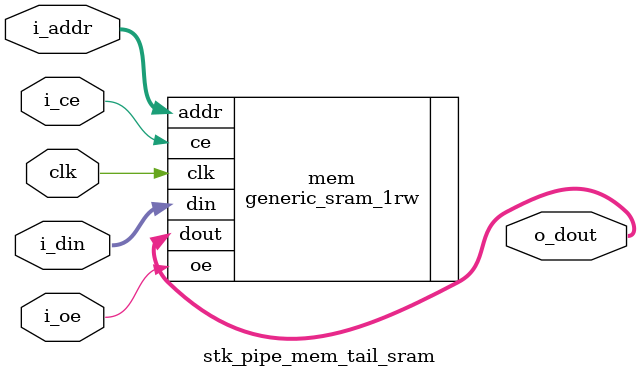
<source format=sv>

module stk_pipe_mem_tail_sram (
// -------------------------------------------------------------------------- //
//
  input wire logic [9:0]                             i_addr
, input wire logic [9:0]                             i_din
, input wire logic                                   i_ce
, input wire logic                                   i_oe
//
, output wire logic [9:0]                            o_dout

// -------------------------------------------------------------------------- //
//
, input wire logic                                   clk
);

// -------------------------------------------------------------------------- //
//
generic_sram_1rw #(.W(10), .N(1024)) mem (
//
  .addr                       (i_addr)
, .din                        (i_din)
, .ce                         (i_ce)
, .oe                         (i_oe)
, .dout                       (o_dout)
//
, .clk                        (clk)
);

endmodule : stk_pipe_mem_tail_sram

</source>
